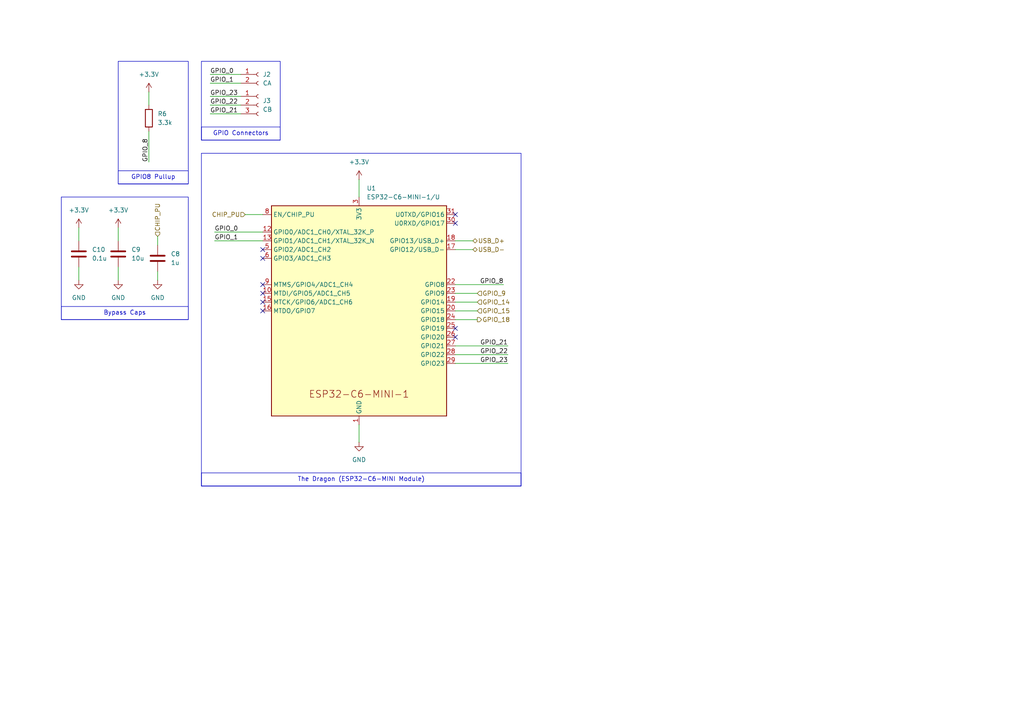
<source format=kicad_sch>
(kicad_sch (version 20231120) (generator "eeschema") (generator_version "8.0")
  (paper "A4")
  (title_block (title "ESP32"))
  (lib_symbols
    (symbol "Connector:Conn_01x02_Socket" (pin_names (offset 1.016) hide)
      (property "Reference" "J" (at 0 2.54 0))
      (property "Value" "Conn_01x02_Socket" (at 0 -5.08 0))
      (symbol "Conn_01x02_Socket_1_1"
        (arc (start 0 -2.032) (mid -0.5058 -2.54) (end 0 -3.048) (stroke (width 0.1524)))
        (polyline (pts (xy -1.27 -2.54) (xy -0.508 -2.54)) (stroke (width 0.1524)))
        (polyline (pts (xy -1.27 0) (xy -0.508 0)) (stroke (width 0.1524)))
        (arc (start 0 0.508) (mid -0.5058 0) (end 0 -0.508) (stroke (width 0.1524)))
        (pin passive line (at -5.08 0 0) (length 3.81) (name "Pin_1") (number "1"))
        (pin passive line (at -5.08 -2.54 0) (length 3.81) (name "Pin_2") (number "2"))
      )
    )
    (symbol "Connector:Conn_01x03_Socket" (pin_names (offset 1.016) hide)
      (property "Reference" "J" (at 0 5.08 0))
      (property "Value" "Conn_01x03_Socket" (at 0 -5.08 0))
      (symbol "Conn_01x03_Socket_1_1"
        (arc (start 0 -2.032) (mid -0.5058 -2.54) (end 0 -3.048) (stroke (width 0.1524)))
        (polyline (pts (xy -1.27 -2.54) (xy -0.508 -2.54)) (stroke (width 0.1524)))
        (polyline (pts (xy -1.27 0) (xy -0.508 0)) (stroke (width 0.1524)))
        (polyline (pts (xy -1.27 2.54) (xy -0.508 2.54)) (stroke (width 0.1524)))
        (arc (start 0 0.508) (mid -0.5058 0) (end 0 -0.508) (stroke (width 0.1524)))
        (arc (start 0 3.048) (mid -0.5058 2.54) (end 0 2.032) (stroke (width 0.1524)))
        (pin passive line (at -5.08 2.54 0) (length 3.81) (name "Pin_1") (number "1"))
        (pin passive line (at -5.08 0 0) (length 3.81) (name "Pin_2") (number "2"))
        (pin passive line (at -5.08 -2.54 0) (length 3.81) (name "Pin_3") (number "3"))
      )
    )
    (symbol "Device:C" (pin_numbers hide) (pin_names (offset 0.254))
      (property "Reference" "C" (at 0.635 2.54 0))
      (property "Value" "C" (at 0.635 -2.54 0))
      (symbol "C_0_1"
        (polyline (pts (xy -2.032 -0.762) (xy 2.032 -0.762)) (stroke (width 0.508)))
        (polyline (pts (xy -2.032 0.762) (xy 2.032 0.762)) (stroke (width 0.508)))
      )
      (symbol "C_1_1"
        (pin passive line (at 0 3.81 270) (length 2.794) (name "~") (number "1"))
        (pin passive line (at 0 -3.81 90) (length 2.794) (name "~") (number "2"))
      )
    )
    (symbol "Device:R" (pin_numbers hide) (pin_names (offset 0))
      (property "Reference" "R" (at 2.032 0 90))
      (property "Value" "R" (at 0 0 90))
      (symbol "R_0_1"
        (rectangle (start -1.016 -2.54) (end 1.016 2.54) (stroke (width 0.254)))
      )
      (symbol "R_1_1"
        (pin passive line (at 0 3.81 270) (length 1.27) (name "~") (number "1"))
        (pin passive line (at 0 -3.81 90) (length 1.27) (name "~") (number "2"))
      )
    )
    (symbol "PCM_Espressif:ESP32-C6-MINI-1/U"
      (property "Reference" "U" (at -25.4 35.56 0))
      (property "Value" "ESP32-C6-MINI-1/U" (at -25.4 33.02 0))
      (symbol "ESP32-C6-MINI-1/U_0_0"
        (text "ESP32-C6-MINI-1" (at 0 -24.13 0) (effects (font (size 2 2))))
      )
      (symbol "ESP32-C6-MINI-1/U_0_1"
        (rectangle (start -25.4 30.48) (end 25.4 -30.48) (stroke (width 0.254)) (fill (type background)))
      )
      (symbol "ESP32-C6-MINI-1/U_1_1"
        (pin power_in line (at 0 -33.02 90) (length 2.54) (name "GND") (number "1"))
        (pin bidirectional line (at -27.94 5.08 0) (length 2.54) (name "MTDI/GPIO5/ADC1_CH5") (number "10"))
        (pin passive line (at 0 -33.02 90) (length 2.54) hide (name "GND") (number "11"))
        (pin bidirectional line (at -27.94 22.86 0) (length 2.54) (name "GPIO0/ADC1_CH0/XTAL_32K_P") (number "12"))
        (pin bidirectional line (at -27.94 20.32 0) (length 2.54) (name "GPIO1/ADC1_CH1/XTAL_32K_N") (number "13"))
        (pin passive line (at 0 -33.02 90) (length 2.54) hide (name "GND") (number "14"))
        (pin bidirectional line (at -27.94 2.54 0) (length 2.54) (name "MTCK/GPIO6/ADC1_CH6") (number "15"))
        (pin bidirectional line (at -27.94 0 0) (length 2.54) (name "MTDO/GPIO7") (number "16"))
        (pin bidirectional line (at 27.94 17.78 180) (length 2.54) (name "GPIO12/USB_D-") (number "17"))
        (pin bidirectional line (at 27.94 20.32 180) (length 2.54) (name "GPIO13/USB_D+") (number "18"))
        (pin bidirectional line (at 27.94 2.54 180) (length 2.54) (name "GPIO14") (number "19"))
        (pin passive line (at 0 -33.02 90) (length 2.54) hide (name "GND") (number "2"))
        (pin bidirectional line (at 27.94 0 180) (length 2.54) (name "GPIO15") (number "20"))
        (pin no_connect line (at -25.4 -10.16 0) (length 2.54) hide (name "NC") (number "21"))
        (pin bidirectional line (at 27.94 7.62 180) (length 2.54) (name "GPIO8") (number "22"))
        (pin bidirectional line (at 27.94 5.08 180) (length 2.54) (name "GPIO9") (number "23"))
        (pin bidirectional line (at 27.94 -2.54 180) (length 2.54) (name "GPIO18") (number "24"))
        (pin bidirectional line (at 27.94 -5.08 180) (length 2.54) (name "GPIO19") (number "25"))
        (pin bidirectional line (at 27.94 -7.62 180) (length 2.54) (name "GPIO20") (number "26"))
        (pin bidirectional line (at 27.94 -10.16 180) (length 2.54) (name "GPIO21") (number "27"))
        (pin bidirectional line (at 27.94 -12.7 180) (length 2.54) (name "GPIO22") (number "28"))
        (pin bidirectional line (at 27.94 -15.24 180) (length 2.54) (name "GPIO23") (number "29"))
        (pin power_in line (at 0 33.02 270) (length 2.54) (name "3V3") (number "3"))
        (pin bidirectional line (at 27.94 25.4 180) (length 2.54) (name "U0RXD/GPIO17") (number "30"))
        (pin bidirectional line (at 27.94 27.94 180) (length 2.54) (name "U0TXD/GPIO16") (number "31"))
        (pin no_connect line (at -25.4 -12.7 0) (length 2.54) hide (name "NC") (number "32"))
        (pin no_connect line (at -25.4 -15.24 0) (length 2.54) hide (name "NC") (number "33"))
        (pin no_connect line (at -25.4 -17.78 0) (length 2.54) hide (name "NC") (number "34"))
        (pin no_connect line (at -25.4 -20.32 0) (length 2.54) hide (name "NC") (number "35"))
        (pin passive line (at 0 -33.02 90) (length 2.54) hide (name "GND") (number "36"))
        (pin passive line (at 0 -33.02 90) (length 2.54) hide (name "GND") (number "37"))
        (pin passive line (at 0 -33.02 90) (length 2.54) hide (name "GND") (number "38"))
        (pin passive line (at 0 -33.02 90) (length 2.54) hide (name "GND") (number "39"))
        (pin no_connect line (at -25.4 -5.08 0) (length 2.54) hide (name "NC") (number "4"))
        (pin passive line (at 0 -33.02 90) (length 2.54) hide (name "GND") (number "40"))
        (pin passive line (at 0 -33.02 90) (length 2.54) hide (name "GND") (number "41"))
        (pin passive line (at 0 -33.02 90) (length 2.54) hide (name "GND") (number "42"))
        (pin passive line (at 0 -33.02 90) (length 2.54) hide (name "GND") (number "43"))
        (pin passive line (at 0 -33.02 90) (length 2.54) hide (name "GND") (number "44"))
        (pin passive line (at 0 -33.02 90) (length 2.54) hide (name "GND") (number "45"))
        (pin passive line (at 0 -33.02 90) (length 2.54) hide (name "GND") (number "46"))
        (pin passive line (at 0 -33.02 90) (length 2.54) hide (name "GND") (number "47"))
        (pin passive line (at 0 -33.02 90) (length 2.54) hide (name "GND") (number "48"))
        (pin passive line (at 0 -33.02 90) (length 2.54) hide (name "GND") (number "49"))
        (pin bidirectional line (at -27.94 17.78 0) (length 2.54) (name "GPIO2/ADC1_CH2") (number "5"))
        (pin passive line (at 0 -33.02 90) (length 2.54) hide (name "GND") (number "50"))
        (pin passive line (at 0 -33.02 90) (length 2.54) hide (name "GND") (number "51"))
        (pin passive line (at 0 -33.02 90) (length 2.54) hide (name "GND") (number "52"))
        (pin passive line (at 0 -33.02 90) (length 2.54) hide (name "GND") (number "53"))
        (pin bidirectional line (at -27.94 15.24 0) (length 2.54) (name "GPIO3/ADC1_CH3") (number "6"))
        (pin no_connect line (at -25.4 -7.62 0) (length 2.54) hide (name "NC") (number "7"))
        (pin input line (at -27.94 27.94 0) (length 2.54) (name "EN/CHIP_PU") (number "8"))
        (pin bidirectional line (at -27.94 7.62 0) (length 2.54) (name "MTMS/GPIO4/ADC1_CH4") (number "9"))
      )
    )
    (symbol "power:+3.3V" (power) (pin_numbers hide) (pin_names (offset 0) hide)
      (property "Value" "+3.3V" (at 0 3.556 0))
      (symbol "+3.3V_0_1"
        (polyline (pts (xy -0.762 1.27) (xy 0 2.54)))
        (polyline (pts (xy 0 0) (xy 0 2.54)))
        (polyline (pts (xy 0 2.54) (xy 0.762 1.27)))
      )
      (symbol "+3.3V_1_1"
        (pin power_in line (at 0 0 90) (length 0) (name "~") (number "1"))
      )
    )
    (symbol "power:GND" (power) (pin_numbers hide) (pin_names (offset 0) hide)
      (property "Value" "GND" (at 0 -3.81 0))
      (symbol "GND_0_1"
        (polyline (pts (xy 0 0) (xy 0 -1.27) (xy 1.27 -1.27) (xy 0 -2.54) (xy -1.27 -1.27) (xy 0 -1.27)))
      )
      (symbol "GND_1_1"
        (pin power_in line (at 0 0 270) (length 0) (name "~") (number "1"))
      )
    )
  )
  (no_connect (at 76.2 87.63))
  (no_connect (at 76.2 72.39))
  (no_connect (at 132.08 62.23))
  (no_connect (at 76.2 74.93))
  (no_connect (at 132.08 97.79))
  (no_connect (at 132.08 64.77))
  (no_connect (at 76.2 90.17))
  (no_connect (at 132.08 95.25))
  (no_connect (at 76.2 85.09))
  (no_connect (at 76.2 82.55))
  (wire (pts (xy 34.29 66.04) (xy 34.29 69.85)))
  (wire (pts (xy 60.96 30.48) (xy 69.85 30.48)))
  (wire (pts (xy 132.08 90.17) (xy 138.43 90.17)))
  (wire (pts (xy 132.08 82.55) (xy 146.05 82.55)))
  (wire (pts (xy 104.14 123.19) (xy 104.14 128.27)))
  (wire (pts (xy 132.08 105.41) (xy 147.32 105.41)))
  (wire (pts (xy 62.23 67.31) (xy 76.2 67.31)))
  (wire (pts (xy 62.23 69.85) (xy 76.2 69.85)))
  (wire (pts (xy 45.72 78.74) (xy 45.72 81.28)))
  (wire (pts (xy 132.08 72.39) (xy 137.16 72.39)))
  (wire (pts (xy 132.08 85.09) (xy 138.43 85.09)))
  (wire (pts (xy 45.72 68.58) (xy 45.72 71.12)))
  (wire (pts (xy 60.96 27.94) (xy 69.85 27.94)))
  (wire (pts (xy 71.12 62.23) (xy 76.2 62.23)))
  (wire (pts (xy 60.96 24.13) (xy 69.85 24.13)))
  (wire (pts (xy 104.14 52.07) (xy 104.14 57.15)))
  (wire (pts (xy 43.18 26.67) (xy 43.18 30.48)))
  (wire (pts (xy 132.08 87.63) (xy 138.43 87.63)))
  (wire (pts (xy 132.08 100.33) (xy 147.32 100.33)))
  (wire (pts (xy 132.08 69.85) (xy 137.16 69.85)))
  (wire (pts (xy 22.86 77.47) (xy 22.86 81.28)))
  (wire (pts (xy 132.08 102.87) (xy 147.32 102.87)))
  (wire (pts (xy 132.08 92.71) (xy 138.43 92.71)))
  (wire (pts (xy 60.96 21.59) (xy 69.85 21.59)))
  (wire (pts (xy 22.86 66.04) (xy 22.86 69.85)))
  (wire (pts (xy 34.29 77.47) (xy 34.29 81.28)))
  (wire (pts (xy 43.18 46.99) (xy 43.18 38.1)))
  (wire (pts (xy 60.96 33.02) (xy 69.85 33.02)))
  (rectangle (start 17.78 57.15) (end 54.61 92.71))
  (rectangle (start 58.42 17.78) (end 81.28 40.64))
  (rectangle (start 34.29 17.78) (end 54.61 53.34))
  (rectangle (start 58.42 44.45) (end 151.13 140.97))
  (text_box "GPIO8 Pullup" (at 34.29 49.53 0) (size 20.32 3.81) (effects (font (size 1.27 1.27)) (justify top)))
  (text_box "Bypass Caps" (at 17.78 88.9 0) (size 36.83 3.81) (effects (font (size 1.27 1.27)) (justify top)))
  (text_box "GPIO Connectors" (at 58.42 36.83 0) (size 22.86 3.81) (effects (font (size 1.27 1.27)) (justify top)))
  (text_box "The Dragon (ESP32-C6-MINI Module)" (at 58.42 137.16 0) (size 92.71 3.81) (effects (font (size 1.27 1.27)) (justify top)))
  (label "GPIO_23" (at 60.96 27.94 0))
  (label "GPIO_8" (at 43.18 46.99 90))
  (label "GPIO_22" (at 60.96 30.48 0))
  (label "GPIO_1" (at 60.96 24.13 0))
  (label "GPIO_21" (at 60.96 33.02 0))
  (label "GPIO_21" (at 147.32 100.33 180))
  (label "GPIO_0" (at 60.96 21.59 0))
  (label "GPIO_23" (at 147.32 105.41 180))
  (label "GPIO_1" (at 62.23 69.85 0))
  (label "GPIO_0" (at 62.23 67.31 0))
  (label "GPIO_8" (at 146.05 82.55 180))
  (label "GPIO_22" (at 147.32 102.87 180))
  (hierarchical_label "GPIO_9" (shape input) (at 138.43 85.09 0))
  (hierarchical_label "GPIO_14" (shape input) (at 138.43 87.63 0))
  (hierarchical_label "USB_D+" (shape bidirectional) (at 137.16 69.85 0))
  (hierarchical_label "GPIO_15" (shape input) (at 138.43 90.17 0))
  (hierarchical_label "CHIP_PU" (shape input) (at 45.72 68.58 90))
  (hierarchical_label "CHIP_PU" (shape input) (at 71.12 62.23 180))
  (hierarchical_label "GPIO_18" (shape output) (at 138.43 92.71 0))
  (hierarchical_label "USB_D-" (shape bidirectional) (at 137.16 72.39 0))
  (symbol (lib_id "power:GND") (at 45.72 81.28 0) (unit 1)
    (property "Reference" "#PWR023" (effects (hide yes)))
    (property "Value" "GND" (at 45.72 86.36 0))
    (property "Description" "Power symbol creates a global label with name \"GND\" , ground" (effects (hide yes)))
  )
  (symbol (lib_id "power:GND") (at 22.86 81.28 0) (unit 1)
    (property "Reference" "#PWR027" (effects (hide yes)))
    (property "Value" "GND" (at 22.86 86.36 0))
    (property "Description" "Power symbol creates a global label with name \"GND\" , ground" (effects (hide yes)))
  )
  (symbol (lib_id "power:+3.3V") (at 34.29 66.04 0) (unit 1)
    (property "Reference" "#PWR024" (effects (hide yes)))
    (property "Value" "+3.3V" (at 34.29 60.96 0))
    (property "Description" "Power symbol creates a global label with name \"+3.3V\"" (effects (hide yes)))
  )
  (symbol (lib_id "power:+3.3V") (at 22.86 66.04 0) (unit 1)
    (property "Reference" "#PWR026" (effects (hide yes)))
    (property "Value" "+3.3V" (at 22.86 60.96 0))
    (property "Description" "Power symbol creates a global label with name \"+3.3V\"" (effects (hide yes)))
  )
  (symbol (lib_id "Connector:Conn_01x03_Socket") (at 74.93 30.48 0) (unit 1)
    (property "Reference" "J3" (at 76.2 29.2099 0) (effects (justify left)))
    (property "Value" "CB" (at 76.2 31.7499 0) (effects (justify left)))
    (property "Footprint" "Connector_PinHeader_2.54mm:PinHeader_1x03_P2.54mm_Vertical" (effects (hide yes)))
    (property "Description" "Generic connector, single row, 01x03, script generated" (effects (hide yes)))
    (property "P/N" "54101-S0803LF " (effects (hide yes)))
  )
  (symbol (lib_id "power:+3.3V") (at 43.18 26.67 0) (unit 1)
    (property "Reference" "#PWR022" (effects (hide yes)))
    (property "Value" "+3.3V" (at 43.18 21.59 0))
    (property "Description" "Power symbol creates a global label with name \"+3.3V\"" (effects (hide yes)))
  )
  (symbol (lib_id "PCM_Espressif:ESP32-C6-MINI-1/U") (at 104.14 90.17 0) (unit 1)
    (property "Reference" "U1" (at 106.3341 54.61 0) (effects (justify left)))
    (property "Value" "ESP32-C6-MINI-1/U" (at 106.3341 57.15 0) (effects (justify left)))
    (property "Footprint" "PCM_Espressif:ESP32-C6-MINI-1" (effects (hide yes)))
    (property "Datasheet" "https://www.espressif.com/sites/default/files/documentation/esp32-c6-mini-1_datasheet_en.pdf" (effects (hide yes)))
    (property "Description" "ESP32-C6-MINI-1 is a module that supports 2.4 GHz Wi-Fi 6 (802.11 ax), Bluetooth® 5 (LE), Zigbee and Thread (802.15.4)" (effects (hide yes)))
    (property "P/N" "ESP32-C6-MINI-1/U" (effects (hide yes)))
  )
  (symbol (lib_id "Device:C") (at 22.86 73.66 0) (unit 1)
    (property "Reference" "C10" (at 26.67 72.3899 0) (effects (justify left)))
    (property "Value" "0.1u" (at 26.67 74.9299 0) (effects (justify left)))
    (property "Footprint" "Capacitor_SMD:C_0603_1608Metric" (effects (hide yes)))
    (property "Description" "Unpolarized capacitor" (effects (hide yes)))
    (property "P/N" "C0603G104K5RACT250" (effects (hide yes)))
  )
  (symbol (lib_id "power:GND") (at 104.14 128.27 0) (unit 1)
    (property "Reference" "#PWR01" (effects (hide yes)))
    (property "Value" "GND" (at 104.14 133.35 0))
    (property "Description" "Power symbol creates a global label with name \"GND\" , ground" (effects (hide yes)))
  )
  (symbol (lib_id "Device:C") (at 34.29 73.66 0) (unit 1)
    (property "Reference" "C9" (at 38.1 72.3899 0) (effects (justify left)))
    (property "Value" "10u" (at 38.1 74.9299 0) (effects (justify left)))
    (property "Footprint" "Capacitor_SMD:C_0603_1608Metric" (effects (hide yes)))
    (property "Description" "Unpolarized capacitor" (effects (hide yes)))
    (property "P/N" "MLAST168BB5106MTNA01" (effects (hide yes)))
  )
  (symbol (lib_id "Device:R") (at 43.18 34.29 180) (unit 1)
    (property "Reference" "R6" (at 45.72 33.0199 0) (effects (justify right)))
    (property "Value" "3.3k" (at 45.72 35.5599 0) (effects (justify right)))
    (property "Footprint" "Resistor_SMD:R_0603_1608Metric" (effects (hide yes)))
    (property "Description" "Resistor" (effects (hide yes)))
    (property "P/N" "ERA-3APB332V " (effects (hide yes)))
  )
  (symbol (lib_id "Connector:Conn_01x02_Socket") (at 74.93 21.59 0) (unit 1)
    (property "Reference" "J2" (at 76.2 21.5899 0) (effects (justify left)))
    (property "Value" "CA" (at 76.2 24.1299 0) (effects (justify left)))
    (property "Footprint" "Connector_PinHeader_2.54mm:PinHeader_1x02_P2.54mm_Vertical" (effects (hide yes)))
    (property "Description" "Generic connector, single row, 01x02, script generated" (effects (hide yes)))
    (property "P/N" "54101-S0802LF" (effects (hide yes)))
  )
  (symbol (lib_id "power:GND") (at 34.29 81.28 0) (unit 1)
    (property "Reference" "#PWR025" (effects (hide yes)))
    (property "Value" "GND" (at 34.29 86.36 0))
    (property "Description" "Power symbol creates a global label with name \"GND\" , ground" (effects (hide yes)))
  )
  (symbol (lib_id "power:+3.3V") (at 104.14 52.07 0) (unit 1)
    (property "Reference" "#PWR02" (effects (hide yes)))
    (property "Value" "+3.3V" (at 104.14 46.99 0))
    (property "Description" "Power symbol creates a global label with name \"+3.3V\"" (effects (hide yes)))
  )
  (symbol (lib_id "Device:C") (at 45.72 74.93 0) (unit 1)
    (property "Reference" "C8" (at 49.53 73.6599 0) (effects (justify left)))
    (property "Value" "1u" (at 49.53 76.1999 0) (effects (justify left)))
    (property "Footprint" "Capacitor_SMD:C_0603_1608Metric" (effects (hide yes)))
    (property "Description" "Unpolarized capacitor" (effects (hide yes)))
    (property "P/N" "C0603X105J4RAC7411" (effects (hide yes)))
  )
)
</source>
